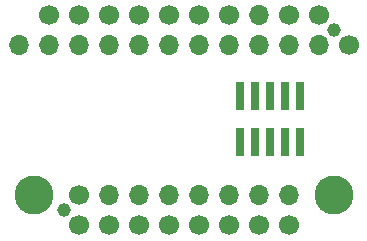
<source format=gbr>
%TF.GenerationSoftware,KiCad,Pcbnew,(6.0.9)*%
%TF.CreationDate,2022-11-11T15:07:43-08:00*%
%TF.ProjectId,StemmaG0,5374656d-6d61-4473-902e-6b696361645f,rev?*%
%TF.SameCoordinates,Original*%
%TF.FileFunction,Soldermask,Bot*%
%TF.FilePolarity,Negative*%
%FSLAX46Y46*%
G04 Gerber Fmt 4.6, Leading zero omitted, Abs format (unit mm)*
G04 Created by KiCad (PCBNEW (6.0.9)) date 2022-11-11 15:07:43*
%MOMM*%
%LPD*%
G01*
G04 APERTURE LIST*
%ADD10C,1.700000*%
%ADD11O,1.700000X1.700000*%
%ADD12C,1.152000*%
%ADD13C,3.301600*%
%ADD14R,0.740000X2.400000*%
G04 APERTURE END LIST*
D10*
%TO.C,J1*%
X26670000Y12700000D03*
D11*
X24130000Y12700000D03*
X21590000Y12700000D03*
X19050000Y12700000D03*
X16510000Y12700000D03*
X13970000Y12700000D03*
X11430000Y12700000D03*
X8890000Y12700000D03*
X6350000Y12700000D03*
X3810000Y12700000D03*
X1270000Y12700000D03*
X-1270000Y12700000D03*
%TD*%
D12*
%TO.C,REF\u002A\u002A*%
X2540000Y-1270000D03*
%TD*%
D13*
%TO.C,U$19*%
X0Y0D03*
%TD*%
D10*
%TO.C,J2*%
X3810000Y0D03*
D11*
X6350000Y0D03*
X8890000Y0D03*
X11430000Y0D03*
X13970000Y0D03*
X16510000Y0D03*
X19050000Y0D03*
X21590000Y0D03*
%TD*%
D12*
%TO.C,REF\u002A\u002A*%
X25400000Y13990219D03*
%TD*%
D13*
%TO.C,U$21*%
X25400000Y0D03*
%TD*%
D10*
%TO.C,J4*%
X3810000Y-2540000D03*
X6350000Y-2540000D03*
X8890000Y-2540000D03*
X11430000Y-2540000D03*
X13970000Y-2540000D03*
X16510000Y-2540000D03*
X19050000Y-2540000D03*
X21590000Y-2540000D03*
%TD*%
%TO.C,J5*%
X24130000Y15240000D03*
X21590000Y15240000D03*
D11*
X19050000Y15240000D03*
D10*
X16510000Y15240000D03*
X13970000Y15240000D03*
X11430000Y15240000D03*
X8890000Y15240000D03*
X6350000Y15240000D03*
X3810000Y15240000D03*
X1270000Y15240000D03*
%TD*%
D14*
%TO.C,J3*%
X17483259Y8426583D03*
X17483259Y4526583D03*
X18753259Y8426583D03*
X18753259Y4526583D03*
X20023259Y8426583D03*
X20023259Y4526583D03*
X21293259Y8426583D03*
X21293259Y4526583D03*
X22563259Y8426583D03*
X22563259Y4526583D03*
%TD*%
M02*

</source>
